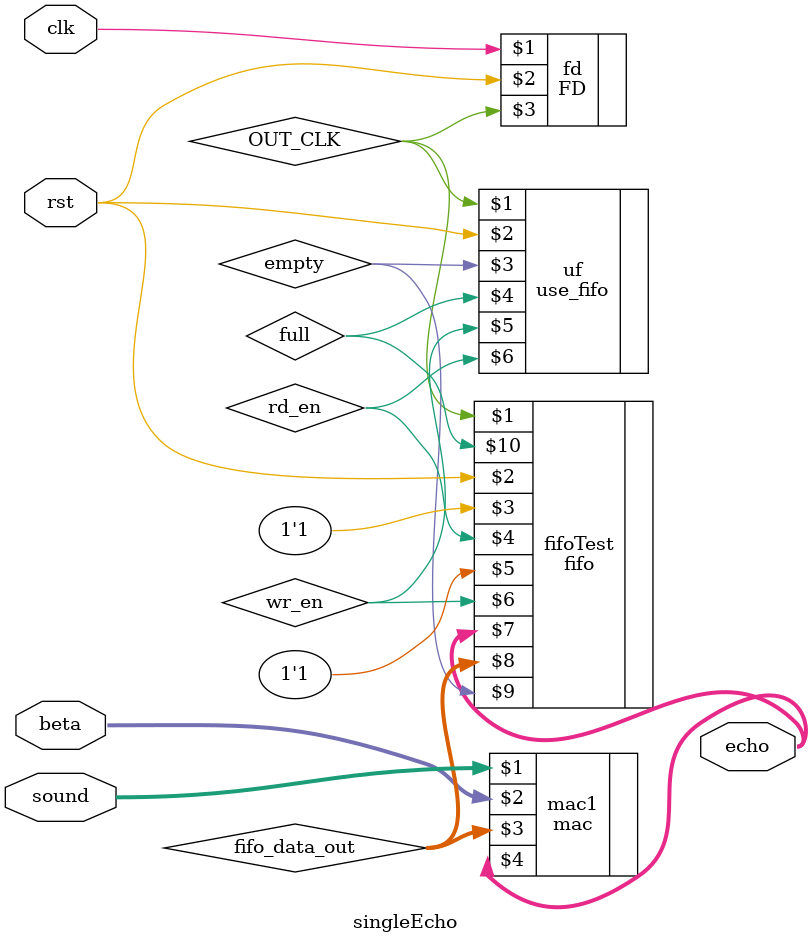
<source format=v>
module singleEcho(
  sound, 
  beta,
  clk, 
  rst, 
  echo
);

  parameter SIZE = 8;
  parameter ADDR_SIZE = 11;

  input clk, rst;
  input [SIZE-1:0] sound;
  input [1:0] beta;
  output [SIZE-1:0] echo;
  
  wire empty, full;
  wire rd_en, wr_en;
  wire [SIZE-1:0] fifo_data_out;
  wire OUT_CLK;
  use_fifo uf(OUT_CLK, rst, empty, full,wr_en,rd_en);
  FD fd(clk, rst, OUT_CLK);
  //fifo #(SIZE, ADDR_SIZE) fifoTest(OUT_CLK, rst, 1'b1, rd_en,  1'b1, wr_en, sound, fifo_data_out, empty, full); 
  fifo #(SIZE, ADDR_SIZE) fifoTest(OUT_CLK, rst, 1'b1, rd_en,  1'b1, wr_en, echo, fifo_data_out, empty, full);
  mac #(SIZE) mac1(sound, beta, fifo_data_out, echo);

  //mac #(SIZE) mac1(sound, beta, fifo_data_out, echo);
  
endmodule
</source>
